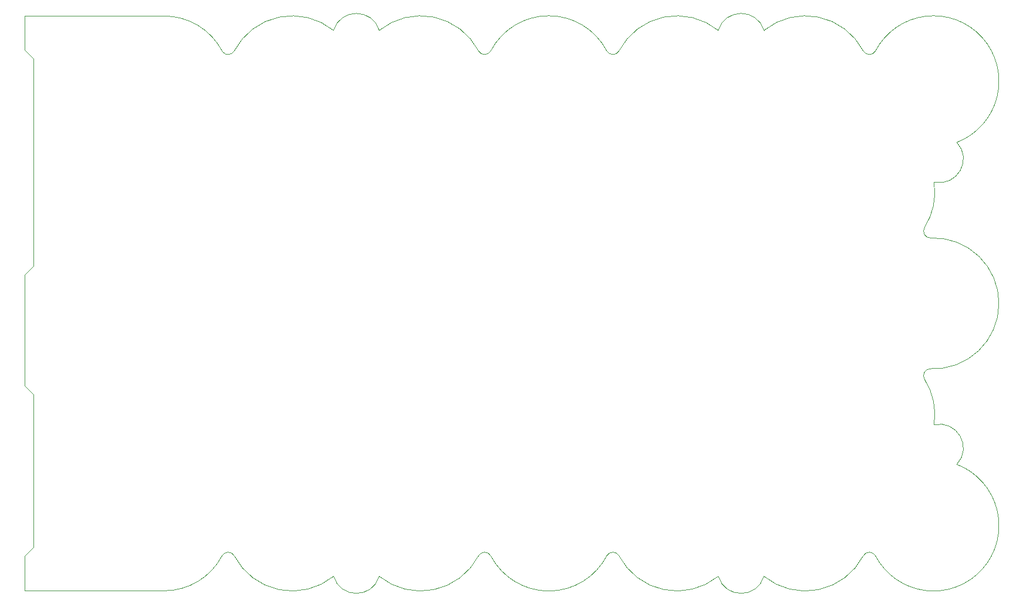
<source format=gbr>
%TF.GenerationSoftware,KiCad,Pcbnew,8.0.0*%
%TF.CreationDate,2025-01-10T11:52:10+00:00*%
%TF.ProjectId,vape_powerbank_pcb,76617065-5f70-46f7-9765-7262616e6b5f,rev?*%
%TF.SameCoordinates,Original*%
%TF.FileFunction,Profile,NP*%
%FSLAX46Y46*%
G04 Gerber Fmt 4.6, Leading zero omitted, Abs format (unit mm)*
G04 Created by KiCad (PCBNEW 8.0.0) date 2025-01-10 11:52:10*
%MOMM*%
%LPD*%
G01*
G04 APERTURE LIST*
%TA.AperFunction,Profile*%
%ADD10C,0.050000*%
%TD*%
G04 APERTURE END LIST*
D10*
X32508518Y-17740657D02*
G75*
G02*
X30812454Y-17863371I-886018J463657D01*
G01*
X3525000Y-18850000D02*
X2250000Y-17600000D01*
X86280012Y-90496143D02*
G75*
G02*
X69508522Y-90580361I-8407512J4292703D01*
G01*
X3525000Y-48800000D02*
X3525000Y-18850000D01*
X30736456Y-90580344D02*
G75*
G02*
X22399007Y-95609095I-8322116J4371764D01*
G01*
X132111016Y-65161178D02*
G75*
G02*
X133448289Y-71676306I-7946716J-5025922D01*
G01*
X133465273Y-36650523D02*
X133443601Y-36645464D01*
X67736490Y-90580361D02*
G75*
G02*
X53427406Y-93536221I-8363990J4376911D01*
G01*
X125008519Y-17740657D02*
G75*
G02*
X136739592Y-30936698I8363981J-4376943D01*
G01*
X2250000Y-95600000D02*
X22399007Y-95609095D01*
X22400026Y-12717364D02*
X2250000Y-12720000D01*
X88008546Y-17740604D02*
G75*
G02*
X86236484Y-17740661I-886046J463604D01*
G01*
X53417225Y-93533165D02*
X53427406Y-93536221D01*
X67736490Y-90580361D02*
G75*
G02*
X69508520Y-90580361I886015J-463657D01*
G01*
X2250000Y-12720000D02*
X2250000Y-17600000D01*
X108938168Y-14776082D02*
X108915721Y-14782858D01*
X88008533Y-17740664D02*
G75*
G02*
X102326526Y-14792051I8363967J-4376836D01*
G01*
X102285881Y-93555430D02*
G75*
G02*
X88012911Y-90578064I-5913381J7352030D01*
G01*
X2250000Y-90600000D02*
X3500000Y-89300000D01*
X30736490Y-17740657D02*
X30812460Y-17863367D01*
X108938169Y-14776083D02*
G75*
G02*
X123236500Y-17740652I5934331J-7341517D01*
G01*
X136739592Y-30936698D02*
G75*
G02*
X133465269Y-36650539I-2500992J-2361902D01*
G01*
X3500000Y-89300000D02*
X3500000Y-67300000D01*
X123236490Y-90580361D02*
G75*
G02*
X125008520Y-90580361I886015J-463657D01*
G01*
X125008518Y-17740657D02*
G75*
G02*
X123236492Y-17740657I-886013J463656D01*
G01*
X133008998Y-44729472D02*
G75*
G02*
X132092965Y-43192701I-69498J999972D01*
G01*
X133008998Y-44729474D02*
G75*
G02*
X132900664Y-63586727I363502J-9431026D01*
G01*
X46826521Y-93528961D02*
G75*
G02*
X32508519Y-90580361I-5954021J7325521D01*
G01*
X46826529Y-14792050D02*
G75*
G02*
X53418481Y-14792050I3295976J-984951D01*
G01*
X53418483Y-14792050D02*
G75*
G02*
X67736492Y-17740656I5954017J-7325550D01*
G01*
X69508569Y-17740561D02*
G75*
G02*
X67736484Y-17740661I-886069J463561D01*
G01*
X30736458Y-90580344D02*
G75*
G02*
X32508552Y-90580344I886047J-463675D01*
G01*
X123236497Y-90580365D02*
G75*
G02*
X108918482Y-93528968I-8363987J4376915D01*
G01*
X2250000Y-95600000D02*
X2250000Y-90600000D01*
X102326529Y-14792050D02*
G75*
G02*
X108915711Y-14782861I3295971J-984950D01*
G01*
X132111017Y-65161178D02*
G75*
G02*
X132900664Y-63586728I828583J569678D01*
G01*
X22400026Y-12717365D02*
G75*
G02*
X30736492Y-17740656I14314J-9405335D01*
G01*
X102285881Y-93555430D02*
X102326527Y-93528968D01*
X133443600Y-36645464D02*
G75*
G02*
X132092966Y-43192702I-9279260J-1498706D01*
G01*
X2250000Y-66050000D02*
X2250000Y-50050000D01*
X69508520Y-17740657D02*
G75*
G02*
X86236482Y-17740661I8363980J-4376943D01*
G01*
X133448299Y-71676310D02*
G75*
G02*
X136738222Y-77383074I790301J-3346090D01*
G01*
X32508520Y-17740657D02*
G75*
G02*
X46826420Y-14792182I8363880J-4376943D01*
G01*
X53417224Y-93533165D02*
G75*
G02*
X46826519Y-93528971I-3294724J989165D01*
G01*
X86280013Y-90496143D02*
G75*
G02*
X88012912Y-90578063I842487J-547857D01*
G01*
X2250000Y-50050000D02*
X3525000Y-48800000D01*
X136738223Y-77383075D02*
G75*
G02*
X125007882Y-90580695I-3365723J-8820375D01*
G01*
X3500000Y-67300000D02*
X2250000Y-66050000D01*
X108918481Y-93528968D02*
G75*
G02*
X102326529Y-93528968I-3295976J984951D01*
G01*
M02*

</source>
